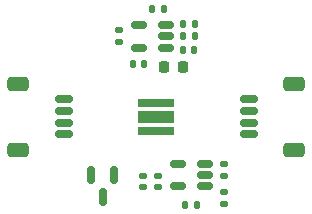
<source format=gtp>
%TF.GenerationSoftware,KiCad,Pcbnew,7.0.8-7.0.8~ubuntu22.04.1*%
%TF.CreationDate,2024-02-01T21:38:06-08:00*%
%TF.ProjectId,278nm_ELUC3535NUB_16mA,3237386e-6d5f-4454-9c55-43333533354e,rev?*%
%TF.SameCoordinates,Original*%
%TF.FileFunction,Paste,Top*%
%TF.FilePolarity,Positive*%
%FSLAX46Y46*%
G04 Gerber Fmt 4.6, Leading zero omitted, Abs format (unit mm)*
G04 Created by KiCad (PCBNEW 7.0.8-7.0.8~ubuntu22.04.1) date 2024-02-01 21:38:06*
%MOMM*%
%LPD*%
G01*
G04 APERTURE LIST*
G04 Aperture macros list*
%AMRoundRect*
0 Rectangle with rounded corners*
0 $1 Rounding radius*
0 $2 $3 $4 $5 $6 $7 $8 $9 X,Y pos of 4 corners*
0 Add a 4 corners polygon primitive as box body*
4,1,4,$2,$3,$4,$5,$6,$7,$8,$9,$2,$3,0*
0 Add four circle primitives for the rounded corners*
1,1,$1+$1,$2,$3*
1,1,$1+$1,$4,$5*
1,1,$1+$1,$6,$7*
1,1,$1+$1,$8,$9*
0 Add four rect primitives between the rounded corners*
20,1,$1+$1,$2,$3,$4,$5,0*
20,1,$1+$1,$4,$5,$6,$7,0*
20,1,$1+$1,$6,$7,$8,$9,0*
20,1,$1+$1,$8,$9,$2,$3,0*%
G04 Aperture macros list end*
%ADD10R,3.100000X0.660000*%
%ADD11R,3.100000X1.000000*%
%ADD12RoundRect,0.150000X-0.625000X0.150000X-0.625000X-0.150000X0.625000X-0.150000X0.625000X0.150000X0*%
%ADD13RoundRect,0.250000X-0.650000X0.350000X-0.650000X-0.350000X0.650000X-0.350000X0.650000X0.350000X0*%
%ADD14RoundRect,0.150000X0.625000X-0.150000X0.625000X0.150000X-0.625000X0.150000X-0.625000X-0.150000X0*%
%ADD15RoundRect,0.250000X0.650000X-0.350000X0.650000X0.350000X-0.650000X0.350000X-0.650000X-0.350000X0*%
%ADD16RoundRect,0.135000X-0.185000X0.135000X-0.185000X-0.135000X0.185000X-0.135000X0.185000X0.135000X0*%
%ADD17RoundRect,0.135000X0.135000X0.185000X-0.135000X0.185000X-0.135000X-0.185000X0.135000X-0.185000X0*%
%ADD18RoundRect,0.135000X0.185000X-0.135000X0.185000X0.135000X-0.185000X0.135000X-0.185000X-0.135000X0*%
%ADD19RoundRect,0.150000X0.512500X0.150000X-0.512500X0.150000X-0.512500X-0.150000X0.512500X-0.150000X0*%
%ADD20RoundRect,0.140000X0.170000X-0.140000X0.170000X0.140000X-0.170000X0.140000X-0.170000X-0.140000X0*%
%ADD21RoundRect,0.218750X-0.218750X-0.256250X0.218750X-0.256250X0.218750X0.256250X-0.218750X0.256250X0*%
%ADD22RoundRect,0.135000X-0.135000X-0.185000X0.135000X-0.185000X0.135000X0.185000X-0.135000X0.185000X0*%
%ADD23RoundRect,0.140000X0.140000X0.170000X-0.140000X0.170000X-0.140000X-0.170000X0.140000X-0.170000X0*%
%ADD24RoundRect,0.140000X-0.140000X-0.170000X0.140000X-0.170000X0.140000X0.170000X-0.140000X0.170000X0*%
%ADD25RoundRect,0.150000X-0.150000X0.587500X-0.150000X-0.587500X0.150000X-0.587500X0.150000X0.587500X0*%
%ADD26RoundRect,0.147500X0.147500X0.172500X-0.147500X0.172500X-0.147500X-0.172500X0.147500X-0.172500X0*%
G04 APERTURE END LIST*
D10*
%TO.C,D1*%
X62700000Y-58806000D03*
X62700000Y-61194000D03*
D11*
X62700000Y-60000000D03*
%TD*%
D12*
%TO.C,J1*%
X54880000Y-58500000D03*
X54880000Y-59500000D03*
X54880000Y-60500000D03*
X54880000Y-61500000D03*
D13*
X51005000Y-57200000D03*
X51005000Y-62800000D03*
%TD*%
D14*
%TO.C,J2*%
X70520000Y-61500000D03*
X70520000Y-60500000D03*
X70520000Y-59500000D03*
X70520000Y-58500000D03*
D15*
X74395000Y-62800000D03*
X74395000Y-57200000D03*
%TD*%
D16*
%TO.C,R1*%
X68427600Y-63982600D03*
X68427600Y-65002600D03*
%TD*%
D17*
%TO.C,R6*%
X63349600Y-50876200D03*
X62329600Y-50876200D03*
%TD*%
D18*
%TO.C,R4*%
X59563000Y-53674200D03*
X59563000Y-52654200D03*
%TD*%
D19*
%TO.C,U2*%
X66795200Y-65881000D03*
X66795200Y-64931000D03*
X66795200Y-63981000D03*
X64520200Y-63981000D03*
X64520200Y-65881000D03*
%TD*%
D20*
%TO.C,C3*%
X62845200Y-65936000D03*
X62845200Y-64976000D03*
%TD*%
D18*
%TO.C,R3*%
X68427600Y-67360800D03*
X68427600Y-66340800D03*
%TD*%
D21*
%TO.C,L1*%
X63372900Y-55753000D03*
X64947900Y-55753000D03*
%TD*%
D22*
%TO.C,R2*%
X65150200Y-67481000D03*
X66170200Y-67481000D03*
%TD*%
D23*
%TO.C,C1*%
X61671200Y-55499000D03*
X60711200Y-55499000D03*
%TD*%
D20*
%TO.C,C4*%
X61620200Y-65941000D03*
X61620200Y-64981000D03*
%TD*%
D24*
%TO.C,C2*%
X65003800Y-53187600D03*
X65963800Y-53187600D03*
%TD*%
D25*
%TO.C,Q1*%
X59105800Y-64897000D03*
X57205800Y-64897000D03*
X58155800Y-66772000D03*
%TD*%
D26*
%TO.C,D2*%
X65939200Y-54305200D03*
X64969200Y-54305200D03*
%TD*%
D17*
%TO.C,R5*%
X65963800Y-52120800D03*
X64943800Y-52120800D03*
%TD*%
D19*
%TO.C,U1*%
X63494000Y-54147800D03*
X63494000Y-53197800D03*
X63494000Y-52247800D03*
X61219000Y-52247800D03*
X61219000Y-54147800D03*
%TD*%
M02*

</source>
